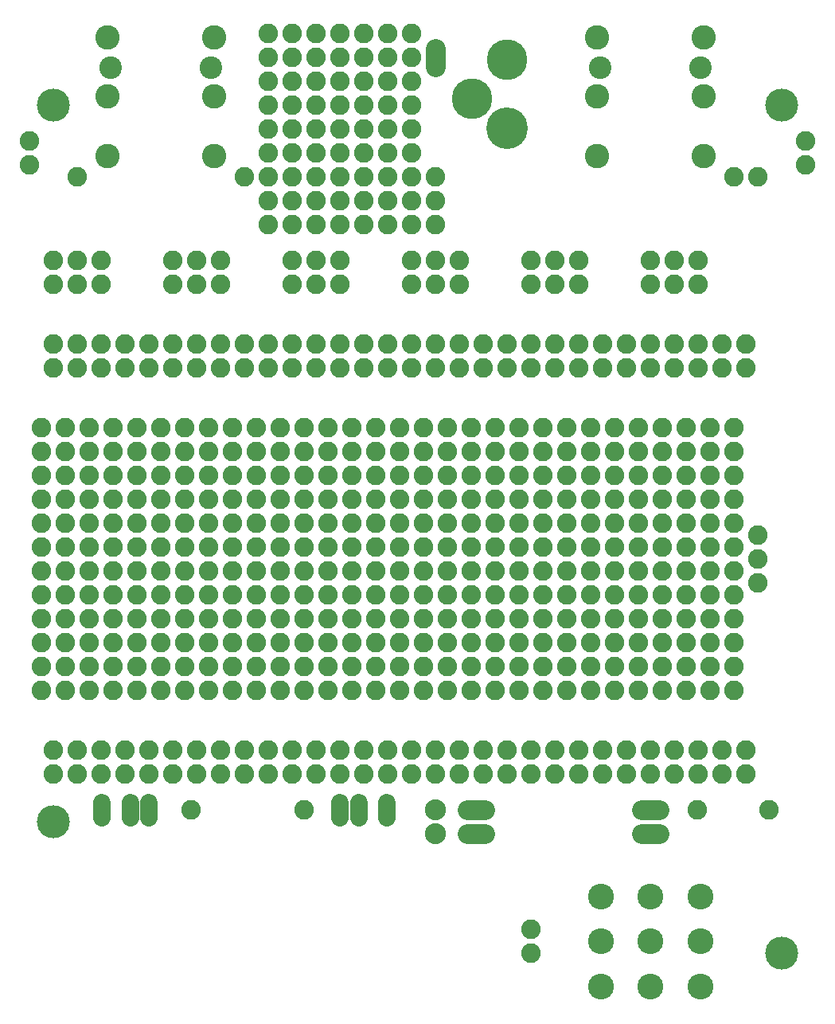
<source format=gbr>
G04 EAGLE Gerber RS-274X export*
G75*
%MOMM*%
%FSLAX34Y34*%
%LPD*%
%INSoldermask Bottom*%
%IPPOS*%
%AMOC8*
5,1,8,0,0,1.08239X$1,22.5*%
G01*
%ADD10C,2.235200*%
%ADD11C,2.603200*%
%ADD12C,2.403200*%
%ADD13C,2.082800*%
%ADD14C,2.082800*%
%ADD15C,3.505200*%
%ADD16C,2.743200*%
%ADD17C,1.879600*%
%ADD18C,4.419200*%
%ADD19C,4.318000*%


D10*
X444500Y228600D03*
X444500Y254000D03*
D11*
X729300Y1012600D03*
X616300Y1075600D03*
X729300Y1075600D03*
X616300Y1012600D03*
X729300Y949600D03*
X616300Y949600D03*
D12*
X725800Y1043600D03*
X619800Y1043600D03*
D11*
X208600Y1012600D03*
X95600Y1075600D03*
X208600Y1075600D03*
X95600Y1012600D03*
X208600Y949600D03*
X95600Y949600D03*
D12*
X205100Y1043600D03*
X99100Y1043600D03*
D13*
X736600Y381000D03*
X736600Y406400D03*
X736600Y431800D03*
X736600Y457200D03*
X736600Y482600D03*
X25400Y381000D03*
X25400Y406400D03*
X25400Y431800D03*
X25400Y457200D03*
X25400Y482600D03*
X127000Y381000D03*
X127000Y406400D03*
X127000Y431800D03*
X127000Y457200D03*
X127000Y482600D03*
X50800Y381000D03*
X50800Y406400D03*
X50800Y431800D03*
X50800Y457200D03*
X50800Y482600D03*
X558800Y558800D03*
X558800Y584200D03*
X558800Y609600D03*
X558800Y635000D03*
X558800Y660400D03*
X762000Y558800D03*
X762000Y584200D03*
X762000Y609600D03*
X762000Y635000D03*
X762000Y660400D03*
X762000Y381000D03*
X762000Y406400D03*
X762000Y431800D03*
X762000Y457200D03*
X762000Y482600D03*
X25400Y558800D03*
X25400Y584200D03*
X25400Y609600D03*
X25400Y635000D03*
X25400Y660400D03*
X76200Y558800D03*
X76200Y584200D03*
X76200Y609600D03*
X76200Y635000D03*
X76200Y660400D03*
X76200Y381000D03*
X76200Y406400D03*
X76200Y431800D03*
X76200Y457200D03*
X76200Y482600D03*
X533400Y558800D03*
X533400Y584200D03*
X533400Y609600D03*
X533400Y635000D03*
X533400Y660400D03*
X736600Y558800D03*
X736600Y584200D03*
X736600Y609600D03*
X736600Y635000D03*
X736600Y660400D03*
X685800Y381000D03*
X685800Y406400D03*
X685800Y431800D03*
X685800Y457200D03*
X685800Y482600D03*
X711200Y381000D03*
X711200Y406400D03*
X711200Y431800D03*
X711200Y457200D03*
X711200Y482600D03*
X127000Y558800D03*
X127000Y584200D03*
X127000Y609600D03*
X127000Y635000D03*
X127000Y660400D03*
X101600Y558800D03*
X101600Y584200D03*
X101600Y609600D03*
X101600Y635000D03*
X101600Y660400D03*
X101600Y381000D03*
X101600Y406400D03*
X101600Y431800D03*
X101600Y457200D03*
X101600Y482600D03*
X508000Y558800D03*
X508000Y584200D03*
X508000Y609600D03*
X508000Y635000D03*
X508000Y660400D03*
X711200Y558800D03*
X711200Y584200D03*
X711200Y609600D03*
X711200Y635000D03*
X711200Y660400D03*
X635000Y381000D03*
X635000Y406400D03*
X635000Y431800D03*
X635000Y457200D03*
X635000Y482600D03*
X660400Y381000D03*
X660400Y406400D03*
X660400Y431800D03*
X660400Y457200D03*
X660400Y482600D03*
X152400Y558800D03*
X152400Y584200D03*
X152400Y609600D03*
X152400Y635000D03*
X152400Y660400D03*
X228600Y381000D03*
X228600Y406400D03*
X228600Y431800D03*
X228600Y457200D03*
X228600Y482600D03*
X355600Y558800D03*
X355600Y584200D03*
X355600Y609600D03*
X355600Y635000D03*
X355600Y660400D03*
X482600Y558800D03*
X482600Y584200D03*
X482600Y609600D03*
X482600Y635000D03*
X482600Y660400D03*
X685800Y558800D03*
X685800Y584200D03*
X685800Y609600D03*
X685800Y635000D03*
X685800Y660400D03*
X584200Y381000D03*
X584200Y406400D03*
X584200Y431800D03*
X584200Y457200D03*
X584200Y482600D03*
X609600Y381000D03*
X609600Y406400D03*
X609600Y431800D03*
X609600Y457200D03*
X609600Y482600D03*
X152400Y381000D03*
X152400Y406400D03*
X152400Y431800D03*
X152400Y457200D03*
X152400Y482600D03*
X228600Y558800D03*
X228600Y584200D03*
X228600Y609600D03*
X228600Y635000D03*
X228600Y660400D03*
X330200Y558800D03*
X330200Y584200D03*
X330200Y609600D03*
X330200Y635000D03*
X330200Y660400D03*
X457200Y558800D03*
X457200Y584200D03*
X457200Y609600D03*
X457200Y635000D03*
X457200Y660400D03*
X660400Y558800D03*
X660400Y584200D03*
X660400Y609600D03*
X660400Y635000D03*
X660400Y660400D03*
X533400Y381000D03*
X533400Y406400D03*
X533400Y431800D03*
X533400Y457200D03*
X533400Y482600D03*
X558800Y381000D03*
X558800Y406400D03*
X558800Y431800D03*
X558800Y457200D03*
X558800Y482600D03*
X177800Y381000D03*
X177800Y406400D03*
X177800Y431800D03*
X177800Y457200D03*
X177800Y482600D03*
X254000Y381000D03*
X254000Y406400D03*
X254000Y431800D03*
X254000Y457200D03*
X254000Y482600D03*
X304800Y558800D03*
X304800Y584200D03*
X304800Y609600D03*
X304800Y635000D03*
X304800Y660400D03*
X431800Y558800D03*
X431800Y584200D03*
X431800Y609600D03*
X431800Y635000D03*
X431800Y660400D03*
X635000Y558800D03*
X635000Y584200D03*
X635000Y609600D03*
X635000Y635000D03*
X635000Y660400D03*
X482600Y381000D03*
X482600Y406400D03*
X482600Y431800D03*
X482600Y457200D03*
X482600Y482600D03*
X508000Y381000D03*
X508000Y406400D03*
X508000Y431800D03*
X508000Y457200D03*
X508000Y482600D03*
X177800Y558800D03*
X177800Y584200D03*
X177800Y609600D03*
X177800Y635000D03*
X177800Y660400D03*
X254000Y558800D03*
X254000Y584200D03*
X254000Y609600D03*
X254000Y635000D03*
X254000Y660400D03*
X355600Y381000D03*
X355600Y406400D03*
X355600Y431800D03*
X355600Y457200D03*
X355600Y482600D03*
X406400Y558800D03*
X406400Y584200D03*
X406400Y609600D03*
X406400Y635000D03*
X406400Y660400D03*
X609600Y558800D03*
X609600Y584200D03*
X609600Y609600D03*
X609600Y635000D03*
X609600Y660400D03*
X431800Y381000D03*
X431800Y406400D03*
X431800Y431800D03*
X431800Y457200D03*
X431800Y482600D03*
X457200Y381000D03*
X457200Y406400D03*
X457200Y431800D03*
X457200Y457200D03*
X457200Y482600D03*
X203200Y381000D03*
X203200Y406400D03*
X203200Y431800D03*
X203200Y457200D03*
X203200Y482600D03*
X279400Y381000D03*
X279400Y406400D03*
X279400Y431800D03*
X279400Y457200D03*
X279400Y482600D03*
X330200Y381000D03*
X330200Y406400D03*
X330200Y431800D03*
X330200Y457200D03*
X330200Y482600D03*
X381000Y558800D03*
X381000Y584200D03*
X381000Y609600D03*
X381000Y635000D03*
X381000Y660400D03*
X584200Y558800D03*
X584200Y584200D03*
X584200Y609600D03*
X584200Y635000D03*
X584200Y660400D03*
X381000Y381000D03*
X381000Y406400D03*
X381000Y431800D03*
X381000Y457200D03*
X381000Y482600D03*
X406400Y381000D03*
X406400Y406400D03*
X406400Y431800D03*
X406400Y457200D03*
X406400Y482600D03*
X203200Y558800D03*
X203200Y584200D03*
X203200Y609600D03*
X203200Y635000D03*
X203200Y660400D03*
X279400Y558800D03*
X279400Y584200D03*
X279400Y609600D03*
X279400Y635000D03*
X279400Y660400D03*
X304800Y381000D03*
X304800Y406400D03*
X304800Y431800D03*
X304800Y457200D03*
X304800Y482600D03*
X50800Y558800D03*
X50800Y584200D03*
X50800Y609600D03*
X50800Y635000D03*
X50800Y660400D03*
X38100Y292100D03*
X63500Y292100D03*
X88900Y292100D03*
X114300Y292100D03*
X139700Y292100D03*
X165100Y292100D03*
X190500Y292100D03*
X215900Y292100D03*
X241300Y292100D03*
X266700Y292100D03*
X292100Y292100D03*
X317500Y292100D03*
X342900Y292100D03*
X368300Y292100D03*
X393700Y292100D03*
X419100Y292100D03*
X444500Y292100D03*
X469900Y292100D03*
X495300Y292100D03*
X520700Y292100D03*
X546100Y292100D03*
X571500Y292100D03*
X596900Y292100D03*
X622300Y292100D03*
X647700Y292100D03*
X673100Y292100D03*
X698500Y292100D03*
X723900Y292100D03*
X749300Y292100D03*
X774700Y292100D03*
X38100Y317500D03*
X63500Y317500D03*
X88900Y317500D03*
X114300Y317500D03*
X139700Y317500D03*
X165100Y317500D03*
X190500Y317500D03*
X215900Y317500D03*
X241300Y317500D03*
X266700Y317500D03*
X292100Y317500D03*
X317500Y317500D03*
X342900Y317500D03*
X368300Y317500D03*
X393700Y317500D03*
X419100Y317500D03*
X444500Y317500D03*
X469900Y317500D03*
X495300Y317500D03*
X520700Y317500D03*
X546100Y317500D03*
X571500Y317500D03*
X596900Y317500D03*
X622300Y317500D03*
X647700Y317500D03*
X673100Y317500D03*
X698500Y317500D03*
X723900Y317500D03*
X749300Y317500D03*
X774700Y317500D03*
X38100Y749300D03*
X63500Y749300D03*
X88900Y749300D03*
X114300Y749300D03*
X139700Y749300D03*
X165100Y749300D03*
X190500Y749300D03*
X215900Y749300D03*
X241300Y749300D03*
X266700Y749300D03*
X292100Y749300D03*
X317500Y749300D03*
X342900Y749300D03*
X368300Y749300D03*
X393700Y749300D03*
X419100Y749300D03*
X444500Y749300D03*
X469900Y749300D03*
X495300Y749300D03*
X520700Y749300D03*
X546100Y749300D03*
X571500Y749300D03*
X596900Y749300D03*
X622300Y749300D03*
X647700Y749300D03*
X673100Y749300D03*
X698500Y749300D03*
X723900Y749300D03*
X749300Y749300D03*
X774700Y749300D03*
X38100Y723900D03*
X63500Y723900D03*
X88900Y723900D03*
X114300Y723900D03*
X139700Y723900D03*
X165100Y723900D03*
X190500Y723900D03*
X215900Y723900D03*
X241300Y723900D03*
X266700Y723900D03*
X292100Y723900D03*
X317500Y723900D03*
X342900Y723900D03*
X368300Y723900D03*
X393700Y723900D03*
X419100Y723900D03*
X444500Y723900D03*
X469900Y723900D03*
X495300Y723900D03*
X520700Y723900D03*
X546100Y723900D03*
X571500Y723900D03*
X596900Y723900D03*
X622300Y723900D03*
X647700Y723900D03*
X673100Y723900D03*
X698500Y723900D03*
X723900Y723900D03*
X749300Y723900D03*
X774700Y723900D03*
D14*
X682498Y254000D02*
X663702Y254000D01*
X663702Y228600D02*
X682498Y228600D01*
X497078Y254000D02*
X478282Y254000D01*
X478282Y228600D02*
X497078Y228600D01*
D13*
X25400Y533400D03*
X50800Y533400D03*
X76200Y533400D03*
X101600Y533400D03*
X127000Y533400D03*
X152400Y533400D03*
X177800Y533400D03*
X203200Y533400D03*
X228600Y533400D03*
X254000Y533400D03*
X279400Y533400D03*
X304800Y533400D03*
X330200Y533400D03*
X355600Y533400D03*
X381000Y533400D03*
X406400Y533400D03*
X431800Y533400D03*
X457200Y533400D03*
X482600Y533400D03*
X508000Y533400D03*
X533400Y533400D03*
X558800Y533400D03*
X584200Y533400D03*
X609600Y533400D03*
X635000Y533400D03*
X660400Y533400D03*
X685800Y533400D03*
X711200Y533400D03*
X736600Y533400D03*
X762000Y533400D03*
X25400Y508000D03*
X50800Y508000D03*
X76200Y508000D03*
X101600Y508000D03*
X127000Y508000D03*
X152400Y508000D03*
X177800Y508000D03*
X203200Y508000D03*
X228600Y508000D03*
X254000Y508000D03*
X279400Y508000D03*
X304800Y508000D03*
X330200Y508000D03*
X355600Y508000D03*
X381000Y508000D03*
X406400Y508000D03*
X431800Y508000D03*
X457200Y508000D03*
X482600Y508000D03*
X508000Y508000D03*
X533400Y508000D03*
X558800Y508000D03*
X584200Y508000D03*
X609600Y508000D03*
X635000Y508000D03*
X660400Y508000D03*
X685800Y508000D03*
X711200Y508000D03*
X736600Y508000D03*
X762000Y508000D03*
X38100Y812800D03*
X63500Y812800D03*
X88900Y812800D03*
X38100Y838200D03*
X63500Y838200D03*
X88900Y838200D03*
X165100Y838200D03*
X190500Y838200D03*
X215900Y838200D03*
X165100Y812800D03*
X190500Y812800D03*
X215900Y812800D03*
X292100Y838200D03*
X317500Y838200D03*
X342900Y838200D03*
X292100Y812800D03*
X317500Y812800D03*
X342900Y812800D03*
X419100Y838200D03*
X444500Y838200D03*
X469900Y838200D03*
X419100Y812800D03*
X444500Y812800D03*
X469900Y812800D03*
X546100Y838200D03*
X571500Y838200D03*
X596900Y838200D03*
X546100Y812800D03*
X571500Y812800D03*
X596900Y812800D03*
X673100Y838200D03*
X698500Y838200D03*
X723900Y838200D03*
X673100Y812800D03*
X698500Y812800D03*
X723900Y812800D03*
X787400Y495300D03*
X787400Y520700D03*
X787400Y546100D03*
D15*
X812800Y101600D03*
X812800Y1003300D03*
X38100Y1003300D03*
X38100Y241300D03*
D13*
X444500Y876300D03*
X444500Y901700D03*
X444500Y927100D03*
D16*
X620100Y162300D03*
X620100Y114300D03*
X620100Y66300D03*
X673100Y162300D03*
X673100Y114300D03*
X673100Y66300D03*
X726100Y162300D03*
X726100Y114300D03*
X726100Y66300D03*
D13*
X762000Y927100D03*
X241300Y927100D03*
X266700Y876300D03*
X266700Y901700D03*
X266700Y927100D03*
X266700Y952500D03*
X266700Y977900D03*
X266700Y1003300D03*
X266700Y1028700D03*
X266700Y1054100D03*
X266700Y1079500D03*
X292100Y876300D03*
X292100Y901700D03*
X292100Y927100D03*
X292100Y952500D03*
X292100Y977900D03*
X292100Y1003300D03*
X292100Y1028700D03*
X292100Y1054100D03*
X292100Y1079500D03*
X317500Y876300D03*
X317500Y901700D03*
X317500Y927100D03*
X317500Y952500D03*
X317500Y977900D03*
X317500Y1003300D03*
X317500Y1028700D03*
X317500Y1054100D03*
X317500Y1079500D03*
X342900Y876300D03*
X342900Y901700D03*
X342900Y927100D03*
X342900Y952500D03*
X342900Y977900D03*
X342900Y1003300D03*
X342900Y1028700D03*
X342900Y1054100D03*
X342900Y1079500D03*
X368300Y876300D03*
X368300Y901700D03*
X368300Y927100D03*
X368300Y952500D03*
X368300Y977900D03*
X368300Y1003300D03*
X368300Y1028700D03*
X368300Y1054100D03*
X368300Y1079500D03*
X393700Y876300D03*
X393700Y901700D03*
X393700Y927100D03*
X393700Y952500D03*
X393700Y977900D03*
X393700Y1003300D03*
X393700Y1028700D03*
X393700Y1054100D03*
X393700Y1079500D03*
X419100Y876300D03*
X419100Y901700D03*
X419100Y927100D03*
X419100Y952500D03*
X419100Y977900D03*
X419100Y1003300D03*
X419100Y1028700D03*
X419100Y1054100D03*
X419100Y1079500D03*
X798830Y254000D03*
X722630Y254000D03*
X63500Y927100D03*
X787400Y927100D03*
X12700Y965200D03*
X12700Y939800D03*
D17*
X139700Y262382D02*
X139700Y245618D01*
X119700Y245618D02*
X119700Y262382D01*
X89700Y262382D02*
X89700Y245618D01*
X342900Y245618D02*
X342900Y262382D01*
X362900Y262382D02*
X362900Y245618D01*
X392900Y245618D02*
X392900Y262382D01*
D13*
X184150Y254000D03*
X304800Y254000D03*
X546100Y101600D03*
X546100Y127000D03*
X838200Y939800D03*
X838200Y965200D03*
D18*
X520700Y978822D03*
D19*
X520446Y1052030D03*
X483084Y1010600D03*
D14*
X444500Y1044702D02*
X444500Y1063498D01*
M02*

</source>
